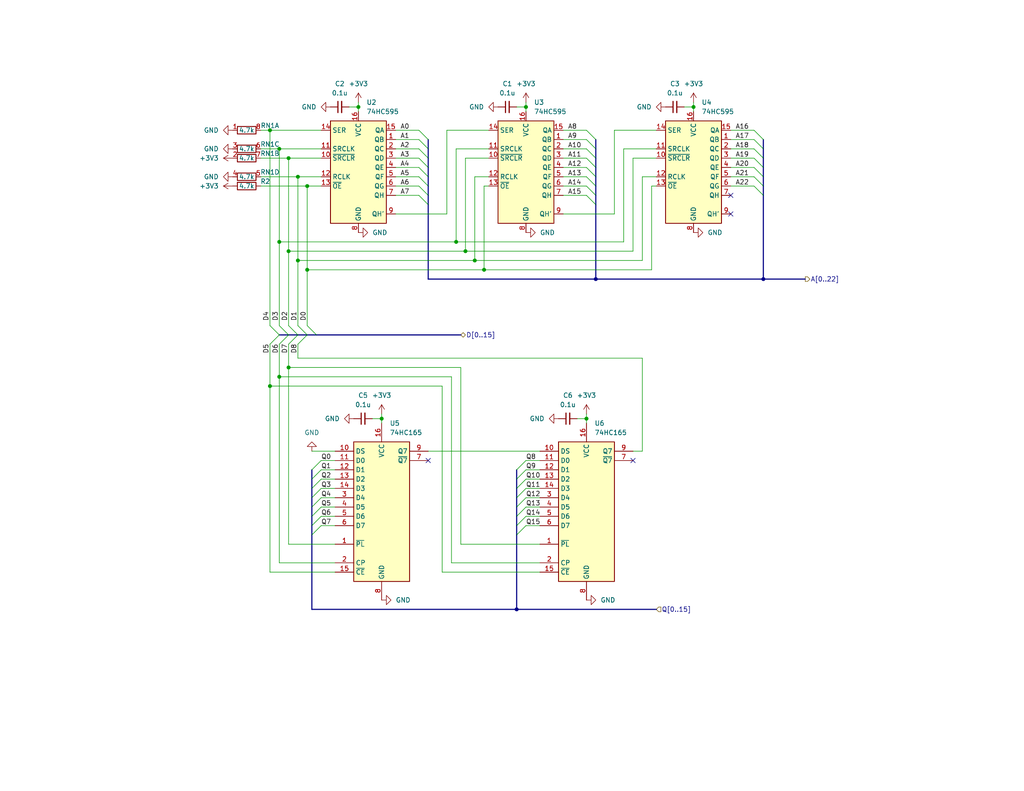
<source format=kicad_sch>
(kicad_sch (version 20230121) (generator eeschema)
  (paper "USLetter")
  (title_block (title "reader00 Shield Flash Register"))
  (lib_symbols
    (symbol "74xx:74HC165"
      (property "Reference" "U" (at -7.62 19.05 0))
      (property "Value" "74HC165" (at -7.62 -21.59 0))
      (symbol "74HC165_1_0"
        (pin input line (at -12.7 -10.16 0) (length 5.08) (name "~{PL}") (number "1"))
        (pin input line (at -12.7 15.24 0) (length 5.08) (name "DS") (number "10"))
        (pin input line (at -12.7 12.7 0) (length 5.08) (name "D0") (number "11"))
        (pin input line (at -12.7 10.16 0) (length 5.08) (name "D1") (number "12"))
        (pin input line (at -12.7 7.62 0) (length 5.08) (name "D2") (number "13"))
        (pin input line (at -12.7 5.08 0) (length 5.08) (name "D3") (number "14"))
        (pin input line (at -12.7 -17.78 0) (length 5.08) (name "~{CE}") (number "15"))
        (pin power_in line (at 0 22.86 270) (length 5.08) (name "VCC") (number "16"))
        (pin input line (at -12.7 -15.24 0) (length 5.08) (name "CP") (number "2"))
        (pin input line (at -12.7 2.54 0) (length 5.08) (name "D4") (number "3"))
        (pin input line (at -12.7 0 0) (length 5.08) (name "D5") (number "4"))
        (pin input line (at -12.7 -2.54 0) (length 5.08) (name "D6") (number "5"))
        (pin input line (at -12.7 -5.08 0) (length 5.08) (name "D7") (number "6"))
        (pin output line (at 12.7 12.7 180) (length 5.08) (name "~{Q7}") (number "7"))
        (pin power_in line (at 0 -25.4 90) (length 5.08) (name "GND") (number "8"))
        (pin output line (at 12.7 15.24 180) (length 5.08) (name "Q7") (number "9"))
      )
      (symbol "74HC165_1_1"
        (rectangle (start -7.62 17.78) (end 7.62 -20.32) (stroke (width 0.254)) (fill (type background)))
      )
    )
    (symbol "74xx:74HC595"
      (property "Reference" "U" (at -7.62 13.97 0))
      (property "Value" "74HC595" (at -7.62 -16.51 0))
      (symbol "74HC595_1_0"
        (pin tri_state line (at 10.16 7.62 180) (length 2.54) (name "QB") (number "1"))
        (pin input line (at -10.16 2.54 0) (length 2.54) (name "~{SRCLR}") (number "10"))
        (pin input line (at -10.16 5.08 0) (length 2.54) (name "SRCLK") (number "11"))
        (pin input line (at -10.16 -2.54 0) (length 2.54) (name "RCLK") (number "12"))
        (pin input line (at -10.16 -5.08 0) (length 2.54) (name "~{OE}") (number "13"))
        (pin input line (at -10.16 10.16 0) (length 2.54) (name "SER") (number "14"))
        (pin tri_state line (at 10.16 10.16 180) (length 2.54) (name "QA") (number "15"))
        (pin power_in line (at 0 15.24 270) (length 2.54) (name "VCC") (number "16"))
        (pin tri_state line (at 10.16 5.08 180) (length 2.54) (name "QC") (number "2"))
        (pin tri_state line (at 10.16 2.54 180) (length 2.54) (name "QD") (number "3"))
        (pin tri_state line (at 10.16 0 180) (length 2.54) (name "QE") (number "4"))
        (pin tri_state line (at 10.16 -2.54 180) (length 2.54) (name "QF") (number "5"))
        (pin tri_state line (at 10.16 -5.08 180) (length 2.54) (name "QG") (number "6"))
        (pin tri_state line (at 10.16 -7.62 180) (length 2.54) (name "QH") (number "7"))
        (pin power_in line (at 0 -17.78 90) (length 2.54) (name "GND") (number "8"))
        (pin output line (at 10.16 -12.7 180) (length 2.54) (name "QH'") (number "9"))
      )
      (symbol "74HC595_1_1"
        (rectangle (start -7.62 12.7) (end 7.62 -15.24) (stroke (width 0.254)) (fill (type background)))
      )
    )
    (symbol "Device:C_Small" (pin_numbers hide) (pin_names (offset 0.254) hide)
      (property "Reference" "C" (at 0.254 1.778 0))
      (property "Value" "C_Small" (at 0.254 -2.032 0))
      (symbol "C_Small_0_1"
        (polyline (pts (xy -1.524 -0.508) (xy 1.524 -0.508)) (stroke (width 0.3302)))
        (polyline (pts (xy -1.524 0.508) (xy 1.524 0.508)) (stroke (width 0.3048)))
      )
      (symbol "C_Small_1_1"
        (pin passive line (at 0 2.54 270) (length 2.032) (name "~") (number "1"))
        (pin passive line (at 0 -2.54 90) (length 2.032) (name "~") (number "2"))
      )
    )
    (symbol "Device:R" (pin_numbers hide) (pin_names (offset 0))
      (property "Reference" "R" (at 2.032 0 90))
      (property "Value" "R" (at 0 0 90))
      (symbol "R_0_1"
        (rectangle (start -1.016 -2.54) (end 1.016 2.54) (stroke (width 0.254)))
      )
      (symbol "R_1_1"
        (pin passive line (at 0 3.81 270) (length 1.27) (name "~") (number "1"))
        (pin passive line (at 0 -3.81 90) (length 1.27) (name "~") (number "2"))
      )
    )
    (symbol "Device:R_Pack04_Split" (pin_names (offset 0) hide)
      (property "Reference" "RN" (at 2.032 0 90))
      (property "Value" "R_Pack04_Split" (at 0 0 90))
      (symbol "R_Pack04_Split_0_1"
        (rectangle (start 1.016 2.54) (end -1.016 -2.54) (stroke (width 0.254)))
      )
      (symbol "R_Pack04_Split_1_1"
        (pin passive line (at 0 -3.81 90) (length 1.27) (name "R1.1") (number "1"))
        (pin passive line (at 0 3.81 270) (length 1.27) (name "R1.2") (number "8"))
      )
      (symbol "R_Pack04_Split_2_1"
        (pin passive line (at 0 -3.81 90) (length 1.27) (name "R2.1") (number "2"))
        (pin passive line (at 0 3.81 270) (length 1.27) (name "R2.2") (number "7"))
      )
      (symbol "R_Pack04_Split_3_1"
        (pin passive line (at 0 -3.81 90) (length 1.27) (name "R3.1") (number "3"))
        (pin passive line (at 0 3.81 270) (length 1.27) (name "R3.2") (number "6"))
      )
      (symbol "R_Pack04_Split_4_1"
        (pin passive line (at 0 -3.81 90) (length 1.27) (name "R4.1") (number "4"))
        (pin passive line (at 0 3.81 270) (length 1.27) (name "R4.2") (number "5"))
      )
    )
    (symbol "power:+3V3" (power) (pin_names (offset 0))
      (property "Value" "+3V3" (at 0 3.556 0))
      (symbol "+3V3_0_1"
        (polyline (pts (xy -0.762 1.27) (xy 0 2.54)))
        (polyline (pts (xy 0 0) (xy 0 2.54)))
        (polyline (pts (xy 0 2.54) (xy 0.762 1.27)))
      )
      (symbol "+3V3_1_1"
        (pin power_in line (at 0 0 90) (length 0) hide (name "+3V3") (number "1"))
      )
    )
    (symbol "power:GND" (power) (pin_names (offset 0))
      (property "Value" "GND" (at 0 -3.81 0))
      (symbol "GND_0_1"
        (polyline (pts (xy 0 0) (xy 0 -1.27) (xy 1.27 -1.27) (xy 0 -2.54) (xy -1.27 -1.27) (xy 0 -1.27)))
      )
      (symbol "GND_1_1"
        (pin power_in line (at 0 0 270) (length 0) hide (name "GND") (number "1"))
      )
    )
  )
  (junction (at 78.74 100.33))
  (junction (at 104.14 114.3))
  (junction (at 189.23 29.21))
  (junction (at 78.74 68.58))
  (junction (at 208.28 76.2))
  (junction (at 83.82 50.8))
  (junction (at 143.51 29.21))
  (junction (at 81.28 48.26))
  (junction (at 132.08 73.66))
  (junction (at 129.54 71.12))
  (junction (at 78.74 43.18))
  (junction (at 76.2 66.04))
  (junction (at 76.2 40.64))
  (junction (at 127 68.58))
  (junction (at 76.2 102.87))
  (junction (at 160.02 114.3))
  (junction (at 81.28 71.12))
  (junction (at 162.56 76.2))
  (junction (at 97.79 29.21))
  (junction (at 73.66 35.56))
  (junction (at 140.97 166.37))
  (junction (at 124.46 66.04))
  (junction (at 73.66 105.41))
  (junction (at 83.82 73.66))
  (no_connect (at 199.39 58.42))
  (no_connect (at 116.84 125.73))
  (no_connect (at 199.39 53.34))
  (no_connect (at 172.72 125.73))
  (bus_entry (at 73.66 88.9) (size 2.54 2.54))
  (bus_entry (at 114.3 38.1) (size 2.54 2.54))
  (bus_entry (at 76.2 88.9) (size 2.54 2.54))
  (bus_entry (at 78.74 88.9) (size 2.54 2.54))
  (bus_entry (at 160.02 38.1) (size 2.54 2.54))
  (bus_entry (at 114.3 48.26) (size 2.54 2.54))
  (bus_entry (at 140.97 128.27) (size 2.54 -2.54))
  (bus_entry (at 160.02 40.64) (size 2.54 2.54))
  (bus_entry (at 85.09 135.89) (size 2.54 -2.54))
  (bus_entry (at 85.09 143.51) (size 2.54 -2.54))
  (bus_entry (at 85.09 133.35) (size 2.54 -2.54))
  (bus_entry (at 160.02 53.34) (size 2.54 2.54))
  (bus_entry (at 83.82 88.9) (size 2.54 2.54))
  (bus_entry (at 114.3 40.64) (size 2.54 2.54))
  (bus_entry (at 205.74 35.56) (size 2.54 2.54))
  (bus_entry (at 114.3 43.18) (size 2.54 2.54))
  (bus_entry (at 160.02 48.26) (size 2.54 2.54))
  (bus_entry (at 81.28 93.98) (size 2.54 -2.54))
  (bus_entry (at 205.74 45.72) (size 2.54 2.54))
  (bus_entry (at 114.3 50.8) (size 2.54 2.54))
  (bus_entry (at 140.97 140.97) (size 2.54 -2.54))
  (bus_entry (at 140.97 135.89) (size 2.54 -2.54))
  (bus_entry (at 114.3 53.34) (size 2.54 2.54))
  (bus_entry (at 140.97 130.81) (size 2.54 -2.54))
  (bus_entry (at 85.09 138.43) (size 2.54 -2.54))
  (bus_entry (at 140.97 133.35) (size 2.54 -2.54))
  (bus_entry (at 85.09 128.27) (size 2.54 -2.54))
  (bus_entry (at 160.02 43.18) (size 2.54 2.54))
  (bus_entry (at 140.97 146.05) (size 2.54 -2.54))
  (bus_entry (at 205.74 48.26) (size 2.54 2.54))
  (bus_entry (at 205.74 50.8) (size 2.54 2.54))
  (bus_entry (at 205.74 38.1) (size 2.54 2.54))
  (bus_entry (at 85.09 146.05) (size 2.54 -2.54))
  (bus_entry (at 85.09 130.81) (size 2.54 -2.54))
  (bus_entry (at 114.3 45.72) (size 2.54 2.54))
  (bus_entry (at 140.97 143.51) (size 2.54 -2.54))
  (bus_entry (at 85.09 140.97) (size 2.54 -2.54))
  (bus_entry (at 140.97 138.43) (size 2.54 -2.54))
  (bus_entry (at 81.28 88.9) (size 2.54 2.54))
  (bus_entry (at 73.66 93.98) (size 2.54 -2.54))
  (bus_entry (at 160.02 45.72) (size 2.54 2.54))
  (bus_entry (at 78.74 93.98) (size 2.54 -2.54))
  (bus_entry (at 205.74 40.64) (size 2.54 2.54))
  (bus_entry (at 205.74 43.18) (size 2.54 2.54))
  (bus_entry (at 114.3 35.56) (size 2.54 2.54))
  (bus_entry (at 160.02 50.8) (size 2.54 2.54))
  (bus_entry (at 160.02 35.56) (size 2.54 2.54))
  (bus_entry (at 76.2 93.98) (size 2.54 -2.54))
  (wire (pts (xy 78.74 93.98) (xy 78.74 100.33)))
  (bus (pts (xy 208.28 38.1) (xy 208.28 40.64)))
  (bus (pts (xy 116.84 40.64) (xy 116.84 43.18)))
  (wire (pts (xy 81.28 93.98) (xy 81.28 97.79)))
  (wire (pts (xy 76.2 40.64) (xy 87.63 40.64)))
  (wire (pts (xy 101.6 114.3) (xy 104.14 114.3)))
  (wire (pts (xy 153.67 50.8) (xy 160.02 50.8)))
  (wire (pts (xy 133.35 50.8) (xy 132.08 50.8)))
  (wire (pts (xy 116.84 123.19) (xy 147.32 123.19)))
  (bus (pts (xy 86.36 91.44) (xy 125.73 91.44)))
  (wire (pts (xy 107.95 48.26) (xy 114.3 48.26)))
  (bus (pts (xy 162.56 45.72) (xy 162.56 48.26)))
  (wire (pts (xy 153.67 35.56) (xy 160.02 35.56)))
  (wire (pts (xy 129.54 48.26) (xy 129.54 71.12)))
  (wire (pts (xy 199.39 43.18) (xy 205.74 43.18)))
  (wire (pts (xy 153.67 48.26) (xy 160.02 48.26)))
  (wire (pts (xy 107.95 58.42) (xy 121.92 58.42)))
  (bus (pts (xy 208.28 53.34) (xy 208.28 76.2)))
  (wire (pts (xy 73.66 88.9) (xy 73.66 35.56)))
  (wire (pts (xy 172.72 43.18) (xy 172.72 68.58)))
  (bus (pts (xy 83.82 91.44) (xy 86.36 91.44)))
  (wire (pts (xy 170.18 66.04) (xy 124.46 66.04)))
  (wire (pts (xy 153.67 38.1) (xy 160.02 38.1)))
  (bus (pts (xy 81.28 91.44) (xy 83.82 91.44)))
  (wire (pts (xy 71.12 50.8) (xy 83.82 50.8)))
  (wire (pts (xy 175.26 97.79) (xy 175.26 123.19)))
  (wire (pts (xy 153.67 58.42) (xy 167.64 58.42)))
  (wire (pts (xy 132.08 73.66) (xy 177.8 73.66)))
  (wire (pts (xy 157.48 114.3) (xy 160.02 114.3)))
  (wire (pts (xy 107.95 53.34) (xy 114.3 53.34)))
  (bus (pts (xy 140.97 138.43) (xy 140.97 140.97)))
  (bus (pts (xy 116.84 55.88) (xy 116.84 76.2)))
  (wire (pts (xy 87.63 128.27) (xy 91.44 128.27)))
  (wire (pts (xy 83.82 73.66) (xy 83.82 50.8)))
  (wire (pts (xy 127 68.58) (xy 78.74 68.58)))
  (bus (pts (xy 208.28 40.64) (xy 208.28 43.18)))
  (wire (pts (xy 143.51 29.21) (xy 143.51 30.48)))
  (wire (pts (xy 83.82 50.8) (xy 87.63 50.8)))
  (bus (pts (xy 85.09 135.89) (xy 85.09 138.43)))
  (wire (pts (xy 129.54 71.12) (xy 81.28 71.12)))
  (bus (pts (xy 116.84 45.72) (xy 116.84 48.26)))
  (wire (pts (xy 153.67 40.64) (xy 160.02 40.64)))
  (wire (pts (xy 199.39 48.26) (xy 205.74 48.26)))
  (bus (pts (xy 208.28 48.26) (xy 208.28 50.8)))
  (wire (pts (xy 71.12 40.64) (xy 76.2 40.64)))
  (wire (pts (xy 73.66 105.41) (xy 73.66 156.21)))
  (wire (pts (xy 143.51 130.81) (xy 147.32 130.81)))
  (bus (pts (xy 140.97 166.37) (xy 179.07 166.37)))
  (wire (pts (xy 78.74 88.9) (xy 78.74 68.58)))
  (bus (pts (xy 85.09 143.51) (xy 85.09 146.05)))
  (wire (pts (xy 140.97 29.21) (xy 143.51 29.21)))
  (wire (pts (xy 71.12 35.56) (xy 73.66 35.56)))
  (wire (pts (xy 81.28 71.12) (xy 81.28 48.26)))
  (wire (pts (xy 147.32 156.21) (xy 120.65 156.21)))
  (bus (pts (xy 116.84 53.34) (xy 116.84 55.88)))
  (bus (pts (xy 162.56 50.8) (xy 162.56 53.34)))
  (wire (pts (xy 91.44 148.59) (xy 78.74 148.59)))
  (wire (pts (xy 133.35 40.64) (xy 124.46 40.64)))
  (bus (pts (xy 85.09 146.05) (xy 85.09 166.37)))
  (wire (pts (xy 125.73 148.59) (xy 125.73 100.33)))
  (wire (pts (xy 175.26 48.26) (xy 175.26 71.12)))
  (wire (pts (xy 153.67 43.18) (xy 160.02 43.18)))
  (wire (pts (xy 199.39 45.72) (xy 205.74 45.72)))
  (bus (pts (xy 140.97 140.97) (xy 140.97 143.51)))
  (wire (pts (xy 78.74 68.58) (xy 78.74 43.18)))
  (bus (pts (xy 85.09 140.97) (xy 85.09 143.51)))
  (wire (pts (xy 147.32 148.59) (xy 125.73 148.59)))
  (bus (pts (xy 208.28 45.72) (xy 208.28 48.26)))
  (wire (pts (xy 189.23 27.94) (xy 189.23 29.21)))
  (wire (pts (xy 76.2 88.9) (xy 76.2 66.04)))
  (wire (pts (xy 189.23 29.21) (xy 189.23 30.48)))
  (wire (pts (xy 143.51 138.43) (xy 147.32 138.43)))
  (wire (pts (xy 95.25 29.21) (xy 97.79 29.21)))
  (bus (pts (xy 140.97 146.05) (xy 140.97 166.37)))
  (bus (pts (xy 85.09 166.37) (xy 140.97 166.37)))
  (wire (pts (xy 153.67 53.34) (xy 160.02 53.34)))
  (wire (pts (xy 179.07 50.8) (xy 177.8 50.8)))
  (wire (pts (xy 143.51 27.94) (xy 143.51 29.21)))
  (bus (pts (xy 85.09 133.35) (xy 85.09 135.89)))
  (wire (pts (xy 133.35 43.18) (xy 127 43.18)))
  (wire (pts (xy 73.66 35.56) (xy 87.63 35.56)))
  (wire (pts (xy 81.28 48.26) (xy 87.63 48.26)))
  (wire (pts (xy 143.51 135.89) (xy 147.32 135.89)))
  (wire (pts (xy 175.26 123.19) (xy 172.72 123.19)))
  (wire (pts (xy 78.74 43.18) (xy 87.63 43.18)))
  (wire (pts (xy 71.12 43.18) (xy 78.74 43.18)))
  (wire (pts (xy 76.2 93.98) (xy 76.2 102.87)))
  (wire (pts (xy 170.18 40.64) (xy 170.18 66.04)))
  (wire (pts (xy 87.63 125.73) (xy 91.44 125.73)))
  (wire (pts (xy 199.39 50.8) (xy 205.74 50.8)))
  (wire (pts (xy 87.63 143.51) (xy 91.44 143.51)))
  (bus (pts (xy 208.28 50.8) (xy 208.28 53.34)))
  (wire (pts (xy 167.64 35.56) (xy 179.07 35.56)))
  (wire (pts (xy 73.66 93.98) (xy 73.66 105.41)))
  (wire (pts (xy 107.95 43.18) (xy 114.3 43.18)))
  (wire (pts (xy 78.74 148.59) (xy 78.74 100.33)))
  (wire (pts (xy 172.72 68.58) (xy 127 68.58)))
  (wire (pts (xy 87.63 130.81) (xy 91.44 130.81)))
  (wire (pts (xy 179.07 43.18) (xy 172.72 43.18)))
  (bus (pts (xy 162.56 76.2) (xy 208.28 76.2)))
  (wire (pts (xy 87.63 135.89) (xy 91.44 135.89)))
  (bus (pts (xy 140.97 130.81) (xy 140.97 133.35)))
  (wire (pts (xy 125.73 100.33) (xy 78.74 100.33)))
  (wire (pts (xy 121.92 35.56) (xy 133.35 35.56)))
  (bus (pts (xy 116.84 50.8) (xy 116.84 53.34)))
  (bus (pts (xy 85.09 138.43) (xy 85.09 140.97)))
  (wire (pts (xy 179.07 40.64) (xy 170.18 40.64)))
  (wire (pts (xy 97.79 29.21) (xy 97.79 30.48)))
  (wire (pts (xy 132.08 73.66) (xy 83.82 73.66)))
  (wire (pts (xy 97.79 27.94) (xy 97.79 29.21)))
  (wire (pts (xy 199.39 40.64) (xy 205.74 40.64)))
  (bus (pts (xy 140.97 133.35) (xy 140.97 135.89)))
  (wire (pts (xy 143.51 140.97) (xy 147.32 140.97)))
  (bus (pts (xy 78.74 91.44) (xy 81.28 91.44)))
  (wire (pts (xy 87.63 138.43) (xy 91.44 138.43)))
  (wire (pts (xy 83.82 88.9) (xy 83.82 73.66)))
  (wire (pts (xy 120.65 156.21) (xy 120.65 105.41)))
  (bus (pts (xy 162.56 55.88) (xy 162.56 76.2)))
  (wire (pts (xy 160.02 114.3) (xy 160.02 115.57)))
  (wire (pts (xy 107.95 40.64) (xy 114.3 40.64)))
  (wire (pts (xy 199.39 38.1) (xy 205.74 38.1)))
  (wire (pts (xy 87.63 140.97) (xy 91.44 140.97)))
  (wire (pts (xy 199.39 35.56) (xy 205.74 35.56)))
  (wire (pts (xy 167.64 58.42) (xy 167.64 35.56)))
  (bus (pts (xy 116.84 43.18) (xy 116.84 45.72)))
  (wire (pts (xy 104.14 114.3) (xy 104.14 115.57)))
  (wire (pts (xy 76.2 102.87) (xy 76.2 153.67)))
  (wire (pts (xy 107.95 38.1) (xy 114.3 38.1)))
  (wire (pts (xy 153.67 45.72) (xy 160.02 45.72)))
  (wire (pts (xy 143.51 128.27) (xy 147.32 128.27)))
  (wire (pts (xy 107.95 50.8) (xy 114.3 50.8)))
  (wire (pts (xy 127 43.18) (xy 127 68.58)))
  (bus (pts (xy 116.84 38.1) (xy 116.84 40.64)))
  (bus (pts (xy 85.09 128.27) (xy 85.09 130.81)))
  (wire (pts (xy 186.69 29.21) (xy 189.23 29.21)))
  (wire (pts (xy 81.28 88.9) (xy 81.28 71.12)))
  (bus (pts (xy 116.84 76.2) (xy 162.56 76.2)))
  (wire (pts (xy 143.51 143.51) (xy 147.32 143.51)))
  (bus (pts (xy 162.56 38.1) (xy 162.56 40.64)))
  (bus (pts (xy 140.97 143.51) (xy 140.97 146.05)))
  (wire (pts (xy 124.46 40.64) (xy 124.46 66.04)))
  (wire (pts (xy 160.02 113.03) (xy 160.02 114.3)))
  (wire (pts (xy 76.2 66.04) (xy 76.2 40.64)))
  (bus (pts (xy 162.56 43.18) (xy 162.56 45.72)))
  (bus (pts (xy 208.28 43.18) (xy 208.28 45.72)))
  (wire (pts (xy 107.95 45.72) (xy 114.3 45.72)))
  (wire (pts (xy 71.12 48.26) (xy 81.28 48.26)))
  (wire (pts (xy 120.65 105.41) (xy 73.66 105.41)))
  (wire (pts (xy 76.2 153.67) (xy 91.44 153.67)))
  (wire (pts (xy 132.08 50.8) (xy 132.08 73.66)))
  (wire (pts (xy 124.46 66.04) (xy 76.2 66.04)))
  (bus (pts (xy 85.09 130.81) (xy 85.09 133.35)))
  (wire (pts (xy 85.09 123.19) (xy 91.44 123.19)))
  (wire (pts (xy 147.32 153.67) (xy 123.19 153.67)))
  (wire (pts (xy 143.51 125.73) (xy 147.32 125.73)))
  (wire (pts (xy 143.51 133.35) (xy 147.32 133.35)))
  (wire (pts (xy 107.95 35.56) (xy 114.3 35.56)))
  (wire (pts (xy 104.14 113.03) (xy 104.14 114.3)))
  (wire (pts (xy 133.35 48.26) (xy 129.54 48.26)))
  (wire (pts (xy 123.19 102.87) (xy 76.2 102.87)))
  (wire (pts (xy 175.26 71.12) (xy 129.54 71.12)))
  (wire (pts (xy 81.28 97.79) (xy 175.26 97.79)))
  (bus (pts (xy 116.84 48.26) (xy 116.84 50.8)))
  (bus (pts (xy 162.56 40.64) (xy 162.56 43.18)))
  (bus (pts (xy 219.71 76.2) (xy 208.28 76.2)))
  (wire (pts (xy 179.07 48.26) (xy 175.26 48.26)))
  (wire (pts (xy 87.63 133.35) (xy 91.44 133.35)))
  (bus (pts (xy 162.56 53.34) (xy 162.56 55.88)))
  (wire (pts (xy 121.92 58.42) (xy 121.92 35.56)))
  (bus (pts (xy 162.56 48.26) (xy 162.56 50.8)))
  (bus (pts (xy 76.2 91.44) (xy 78.74 91.44)))
  (wire (pts (xy 123.19 153.67) (xy 123.19 102.87)))
  (bus (pts (xy 140.97 128.27) (xy 140.97 130.81)))
  (wire (pts (xy 73.66 156.21) (xy 91.44 156.21)))
  (wire (pts (xy 177.8 50.8) (xy 177.8 73.66)))
  (bus (pts (xy 140.97 135.89) (xy 140.97 138.43)))
  (label "Q9" (at 143.51 128.27 0))
  (label "A14" (at 154.94 50.8 0))
  (label "Q8" (at 143.51 125.73 0))
  (label "A12" (at 154.94 45.72 0))
  (label "A3" (at 109.22 43.18 0))
  (label "A0" (at 109.22 35.56 0))
  (label "A7" (at 109.22 53.34 0))
  (label "A9" (at 154.94 38.1 0))
  (label "A19" (at 200.66 43.18 0))
  (label "Q14" (at 143.51 140.97 0))
  (label "A4" (at 109.22 45.72 0))
  (label "D1" (at 81.28 87.63 90))
  (label "Q4" (at 87.63 135.89 0))
  (label "Q12" (at 143.51 135.89 0))
  (label "A1" (at 109.22 38.1 0))
  (label "D2" (at 78.74 87.63 90))
  (label "Q13" (at 143.51 138.43 0))
  (label "A17" (at 200.66 38.1 0))
  (label "Q10" (at 143.51 130.81 0))
  (label "Q1" (at 87.63 128.27 0))
  (label "A6" (at 109.22 50.8 0))
  (label "Q6" (at 87.63 140.97 0))
  (label "D5" (at 73.66 96.52 90))
  (label "D3" (at 76.2 87.63 90))
  (label "A5" (at 109.22 48.26 0))
  (label "Q3" (at 87.63 133.35 0))
  (label "Q2" (at 87.63 130.81 0))
  (label "D4" (at 73.66 87.63 90))
  (label "D6" (at 76.2 96.52 90))
  (label "A8" (at 154.94 35.56 0))
  (label "A21" (at 200.66 48.26 0))
  (label "Q7" (at 87.63 143.51 0))
  (label "A2" (at 109.22 40.64 0))
  (label "A11" (at 154.94 43.18 0))
  (label "A18" (at 200.66 40.64 0))
  (label "A10" (at 154.94 40.64 0))
  (label "D0" (at 83.82 87.63 90))
  (label "Q15" (at 143.51 143.51 0))
  (label "Q0" (at 87.63 125.73 0))
  (label "Q5" (at 87.63 138.43 0))
  (label "D7" (at 78.74 96.52 90))
  (label "D8" (at 81.28 96.52 90))
  (label "A16" (at 200.66 35.56 0))
  (label "A15" (at 154.94 53.34 0))
  (label "A22" (at 200.66 50.8 0))
  (label "A20" (at 200.66 45.72 0))
  (label "Q11" (at 143.51 133.35 0))
  (label "A13" (at 154.94 48.26 0))
  (hierarchical_label "A[0..22]" (shape output) (at 219.71 76.2 0))
  (hierarchical_label "D[0..15]" (shape bidirectional) (at 125.73 91.44 0))
  (hierarchical_label "Q[0..15]" (shape input) (at 179.07 166.37 0))
  (symbol (lib_id "power:GND") (at 135.89 29.21 270) (unit 1)
    (property "Reference" "#PWR013" (effects hide))
    (property "Value" "GND" (at 132.08 29.21 90) (effects (justify right)))
  )
  (symbol (lib_id "power:GND") (at 85.09 123.19 180) (unit 1)
    (property "Reference" "#PWR020" (effects hide))
    (property "Value" "GND" (at 85.09 118.11 0))
  )
  (symbol (lib_id "power:GND") (at 160.02 163.83 90) (unit 1)
    (property "Reference" "#PWR023" (effects hide))
    (property "Value" "GND" (at 163.83 163.83 90) (effects (justify right)))
  )
  (symbol (lib_id "power:GND") (at 63.5 35.56 270) (unit 1)
    (property "Reference" "#PWR051" (effects hide))
    (property "Value" "GND" (at 59.69 35.56 90) (effects (justify right)))
  )
  (symbol (lib_id "power:GND") (at 189.23 63.5 90) (unit 1)
    (property "Reference" "#PWR011" (effects hide))
    (property "Value" "GND" (at 193.04 63.5 90) (effects (justify right)))
  )
  (symbol (lib_id "power:GND") (at 96.52 114.3 270) (unit 1)
    (property "Reference" "#PWR019" (effects hide))
    (property "Value" "GND" (at 92.71 114.3 90) (effects (justify right)))
  )
  (symbol (lib_id "Device:C_Small") (at 184.15 29.21 90) (unit 1)
    (property "Reference" "C3" (at 184.1563 22.86 90))
    (property "Value" "0.1u" (at 184.1563 25.4 90))
    (property "Footprint" "Capacitor_SMD:C_0402_1005Metric" (effects hide))
    (property "JLCPCB Part #" "C1525" (effects hide))
  )
  (symbol (lib_id "power:+3V3") (at 143.51 27.94 0) (unit 1)
    (property "Reference" "#PWR08" (effects hide))
    (property "Value" "+3V3" (at 143.51 22.86 0))
  )
  (symbol (lib_id "Device:R_Pack04_Split") (at 67.31 35.56 270) (unit 1)
    (property "Reference" "RN1" (at 73.66 34.29 90))
    (property "Value" "4.7k" (at 67.31 35.56 90))
    (property "Footprint" "Resistor_SMD:R_Array_Convex_4x0603" (effects hide))
    (property "JLCPCB Part #" "C1980" (effects hide))
  )
  (symbol (lib_id "power:+3V3") (at 97.79 27.94 0) (unit 1)
    (property "Reference" "#PWR07" (effects hide))
    (property "Value" "+3V3" (at 97.79 22.86 0))
  )
  (symbol (lib_id "power:GND") (at 181.61 29.21 270) (unit 1)
    (property "Reference" "#PWR015" (effects hide))
    (property "Value" "GND" (at 177.8 29.21 90) (effects (justify right)))
  )
  (symbol (lib_id "power:GND") (at 97.79 63.5 90) (unit 1)
    (property "Reference" "#PWR010" (effects hide))
    (property "Value" "GND" (at 101.6 63.5 90) (effects (justify right)))
  )
  (symbol (lib_id "power:GND") (at 90.17 29.21 270) (mirror x) (unit 1)
    (property "Reference" "#PWR014" (effects hide))
    (property "Value" "GND" (at 86.36 29.21 90) (effects (justify right)))
  )
  (symbol (lib_id "power:+3V3") (at 63.5 50.8 90) (unit 1)
    (property "Reference" "#PWR047" (effects hide))
    (property "Value" "+3V3" (at 59.69 50.8 90) (effects (justify left)))
  )
  (symbol (lib_id "power:GND") (at 104.14 163.83 90) (unit 1)
    (property "Reference" "#PWR016" (effects hide))
    (property "Value" "GND" (at 107.95 163.83 90) (effects (justify right)))
  )
  (symbol (lib_id "Device:R_Pack04_Split") (at 67.31 40.64 270) (unit 3)
    (property "Reference" "RN1" (at 73.66 39.37 90))
    (property "Value" "4.7k" (at 67.31 40.64 90))
    (property "Footprint" "Resistor_SMD:R_Array_Convex_4x0603" (effects hide))
    (property "JLCPCB Part #" "C1980" (effects hide))
  )
  (symbol (lib_id "power:GND") (at 152.4 114.3 270) (unit 1)
    (property "Reference" "#PWR021" (effects hide))
    (property "Value" "GND" (at 148.59 114.3 90) (effects (justify right)))
  )
  (symbol (lib_id "power:GND") (at 143.51 63.5 90) (unit 1)
    (property "Reference" "#PWR09" (effects hide))
    (property "Value" "GND" (at 147.32 63.5 90) (effects (justify right)))
  )
  (symbol (lib_id "power:GND") (at 63.5 40.64 270) (unit 1)
    (property "Reference" "#PWR050" (effects hide))
    (property "Value" "GND" (at 59.69 40.64 90) (effects (justify right)))
  )
  (symbol (lib_id "74xx:74HC595") (at 97.79 45.72 0) (unit 1)
    (property "Reference" "U2" (at 99.9841 27.94 0) (effects (justify left)))
    (property "Value" "74HC595" (at 99.9841 30.48 0) (effects (justify left)))
    (property "Footprint" "Package_SO:TSSOP-16_4.4x5mm_P0.65mm" (effects hide))
    (property "Datasheet" "http://www.ti.com/lit/ds/symlink/sn74hc595.pdf" (effects hide))
    (property "JLCPCB Part #" "C273642" (effects hide))
  )
  (symbol (lib_id "Device:R_Pack04_Split") (at 67.31 48.26 270) (unit 4)
    (property "Reference" "RN1" (at 73.66 46.99 90))
    (property "Value" "4.7k" (at 67.31 48.26 90))
    (property "Footprint" "Resistor_SMD:R_Array_Convex_4x0603" (effects hide))
    (property "JLCPCB Part #" "C1980" (effects hide))
  )
  (symbol (lib_id "Device:R") (at 67.31 50.8 90) (unit 1)
    (property "Reference" "R2" (at 72.39 49.53 90))
    (property "Value" "4.7k" (at 67.31 50.8 90))
    (property "Footprint" "Resistor_SMD:R_0402_1005Metric" (effects hide))
    (property "JLCPCB Part #" "C25900" (effects hide))
  )
  (symbol (lib_id "74xx:74HC595") (at 143.51 45.72 0) (unit 1)
    (property "Reference" "U3" (at 145.7041 27.94 0) (effects (justify left)))
    (property "Value" "74HC595" (at 145.7041 30.48 0) (effects (justify left)))
    (property "Footprint" "Package_SO:TSSOP-16_4.4x5mm_P0.65mm" (effects hide))
    (property "Datasheet" "http://www.ti.com/lit/ds/symlink/sn74hc595.pdf" (effects hide))
    (property "JLCPCB Part #" "C273642" (effects hide))
  )
  (symbol (lib_id "Device:C_Small") (at 154.94 114.3 90) (unit 1)
    (property "Reference" "C6" (at 154.9463 107.95 90))
    (property "Value" "0.1u" (at 154.9463 110.49 90))
    (property "Footprint" "Capacitor_SMD:C_0402_1005Metric" (effects hide))
    (property "JLCPCB Part #" "C1525" (effects hide))
  )
  (symbol (lib_id "power:+3V3") (at 189.23 27.94 0) (unit 1)
    (property "Reference" "#PWR012" (effects hide))
    (property "Value" "+3V3" (at 189.23 22.86 0))
  )
  (symbol (lib_id "Device:C_Small") (at 92.71 29.21 90) (mirror x) (unit 1)
    (property "Reference" "C2" (at 92.71 22.86 90))
    (property "Value" "0.1u" (at 92.71 25.4 90))
    (property "Footprint" "Capacitor_SMD:C_0402_1005Metric" (effects hide))
    (property "JLCPCB Part #" "C1525" (effects hide))
  )
  (symbol (lib_id "74xx:74HC595") (at 189.23 45.72 0) (unit 1)
    (property "Reference" "U4" (at 191.4241 27.94 0) (effects (justify left)))
    (property "Value" "74HC595" (at 191.4241 30.48 0) (effects (justify left)))
    (property "Footprint" "Package_SO:TSSOP-16_4.4x5mm_P0.65mm" (effects hide))
    (property "Datasheet" "http://www.ti.com/lit/ds/symlink/sn74hc595.pdf" (effects hide))
    (property "JLCPCB Part #" "C273642" (effects hide))
  )
  (symbol (lib_id "Device:R_Pack04_Split") (at 67.31 43.18 270) (unit 2)
    (property "Reference" "RN1" (at 73.66 41.91 90))
    (property "Value" "4.7k" (at 67.31 43.18 90))
    (property "Footprint" "Resistor_SMD:R_Array_Convex_4x0603" (effects hide))
    (property "JLCPCB Part #" "C1980" (effects hide))
  )
  (symbol (lib_id "Device:C_Small") (at 99.06 114.3 90) (unit 1)
    (property "Reference" "C5" (at 99.0663 107.95 90))
    (property "Value" "0.1u" (at 99.0663 110.49 90))
    (property "Footprint" "Capacitor_SMD:C_0402_1005Metric" (effects hide))
    (property "JLCPCB Part #" "C1525" (effects hide))
  )
  (symbol (lib_id "74xx:74HC165") (at 160.02 138.43 0) (unit 1)
    (property "Reference" "U6" (at 162.2141 115.57 0) (effects (justify left)))
    (property "Value" "74HC165" (at 162.2141 118.11 0) (effects (justify left)))
    (property "Footprint" "Package_SO:SOIC-16_3.9x9.9mm_P1.27mm" (effects hide))
    (property "Datasheet" "https://assets.nexperia.com/documents/data-sheet/74HC_HCT165.pdf" (effects hide))
    (property "JLCPCB Part #" "C5613" (effects hide))
  )
  (symbol (lib_id "power:+3V3") (at 63.5 43.18 90) (unit 1)
    (property "Reference" "#PWR048" (effects hide))
    (property "Value" "+3V3" (at 59.69 43.18 90) (effects (justify left)))
  )
  (symbol (lib_id "74xx:74HC165") (at 104.14 138.43 0) (unit 1)
    (property "Reference" "U5" (at 106.3341 115.57 0) (effects (justify left)))
    (property "Value" "74HC165" (at 106.3341 118.11 0) (effects (justify left)))
    (property "Footprint" "Package_SO:SOIC-16_3.9x9.9mm_P1.27mm" (effects hide))
    (property "Datasheet" "https://assets.nexperia.com/documents/data-sheet/74HC_HCT165.pdf" (effects hide))
    (property "JLCPCB Part #" "C5613" (effects hide))
  )
  (symbol (lib_id "power:+3V3") (at 160.02 113.03 0) (unit 1)
    (property "Reference" "#PWR022" (effects hide))
    (property "Value" "+3V3" (at 160.02 107.95 0))
  )
  (symbol (lib_id "power:GND") (at 63.5 48.26 270) (unit 1)
    (property "Reference" "#PWR049" (effects hide))
    (property "Value" "GND" (at 59.69 48.26 90) (effects (justify right)))
  )
  (symbol (lib_id "Device:C_Small") (at 138.43 29.21 90) (unit 1)
    (property "Reference" "C1" (at 138.4363 22.86 90))
    (property "Value" "0.1u" (at 138.4363 25.4 90))
    (property "Footprint" "Capacitor_SMD:C_0402_1005Metric" (effects hide))
    (property "JLCPCB Part #" "C1525" (effects hide))
  )
  (symbol (lib_id "power:+3V3") (at 104.14 113.03 0) (unit 1)
    (property "Reference" "#PWR018" (effects hide))
    (property "Value" "+3V3" (at 104.14 107.95 0))
  )
)
</source>
